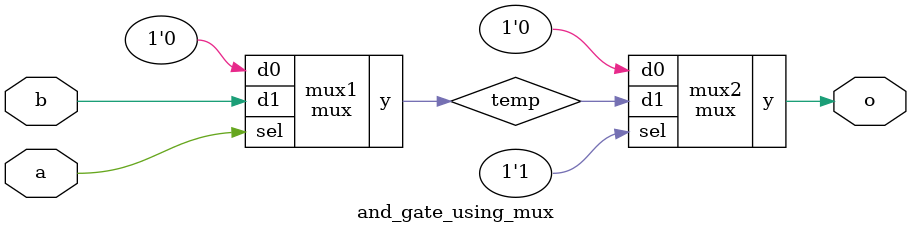
<source format=sv>

module mux
(
  input  d0, d1,
  input  sel,
  output y
);

  assign y = sel ? d1 : d0;

endmodule

//----------------------------------------------------------------------------
// Task
//----------------------------------------------------------------------------

module and_gate_using_mux
(
    input  a,
    input  b,
    output o
);

  // Task:
  // Implement and gate using instance(s) of mux,
  // constants 0 and 1, and wire connections

  wire temp;

  mux mux1 (.d0(1'b0), .d1(b), .sel(a), .y(temp));
  mux mux2 (.d0(1'b0), .d1(temp), .sel(1'b1), .y(o));

endmodule

</source>
